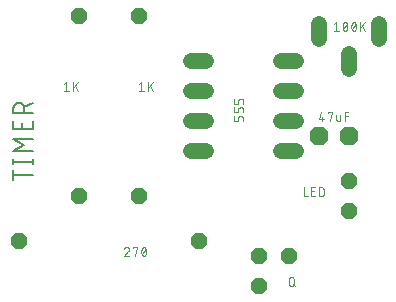
<source format=gbr>
G04 EAGLE Gerber RS-274X export*
G75*
%MOMM*%
%FSLAX34Y34*%
%LPD*%
%INTop Copper*%
%IPPOS*%
%AMOC8*
5,1,8,0,0,1.08239X$1,22.5*%
G01*
%ADD10C,0.076200*%
%ADD11C,0.152400*%
%ADD12P,1.732040X8X22.500000*%
%ADD13C,1.320800*%
%ADD14P,1.429621X8X112.500000*%
%ADD15P,1.539592X8X112.500000*%
%ADD16P,1.539592X8X202.500000*%
%ADD17P,1.429621X8X202.500000*%


D10*
X76581Y679210D02*
X78627Y680847D01*
X78627Y673481D01*
X76581Y673481D02*
X80673Y673481D01*
X84258Y673481D02*
X84258Y680847D01*
X88350Y680847D02*
X84258Y676346D01*
X85895Y677982D02*
X88350Y673481D01*
X140081Y679210D02*
X142127Y680847D01*
X142127Y673481D01*
X140081Y673481D02*
X144173Y673481D01*
X147758Y673481D02*
X147758Y680847D01*
X151850Y680847D02*
X147758Y676346D01*
X149395Y677982D02*
X151850Y673481D01*
X129632Y541148D02*
X129717Y541146D01*
X129802Y541140D01*
X129886Y541130D01*
X129970Y541117D01*
X130054Y541099D01*
X130136Y541078D01*
X130217Y541053D01*
X130297Y541024D01*
X130376Y540991D01*
X130453Y540955D01*
X130528Y540915D01*
X130602Y540872D01*
X130673Y540826D01*
X130742Y540776D01*
X130809Y540723D01*
X130873Y540667D01*
X130934Y540608D01*
X130993Y540547D01*
X131049Y540483D01*
X131102Y540416D01*
X131152Y540347D01*
X131198Y540276D01*
X131241Y540202D01*
X131281Y540127D01*
X131317Y540050D01*
X131350Y539971D01*
X131379Y539891D01*
X131404Y539810D01*
X131425Y539728D01*
X131443Y539644D01*
X131456Y539560D01*
X131466Y539476D01*
X131472Y539391D01*
X131474Y539306D01*
X129632Y541147D02*
X129536Y541145D01*
X129440Y541139D01*
X129345Y541129D01*
X129250Y541116D01*
X129155Y541098D01*
X129062Y541077D01*
X128969Y541052D01*
X128878Y541023D01*
X128787Y540991D01*
X128698Y540955D01*
X128611Y540915D01*
X128525Y540872D01*
X128441Y540826D01*
X128359Y540776D01*
X128279Y540722D01*
X128202Y540666D01*
X128127Y540606D01*
X128054Y540544D01*
X127984Y540478D01*
X127916Y540410D01*
X127851Y540339D01*
X127790Y540266D01*
X127731Y540190D01*
X127675Y540111D01*
X127623Y540031D01*
X127574Y539948D01*
X127528Y539864D01*
X127486Y539778D01*
X127448Y539690D01*
X127413Y539601D01*
X127381Y539510D01*
X130859Y537874D02*
X130919Y537933D01*
X130976Y537995D01*
X131031Y538059D01*
X131082Y538126D01*
X131131Y538195D01*
X131177Y538265D01*
X131220Y538338D01*
X131260Y538412D01*
X131296Y538488D01*
X131329Y538566D01*
X131359Y538645D01*
X131386Y538725D01*
X131409Y538806D01*
X131428Y538888D01*
X131444Y538970D01*
X131457Y539054D01*
X131466Y539138D01*
X131471Y539222D01*
X131473Y539306D01*
X130859Y537873D02*
X127381Y533781D01*
X131473Y533781D01*
X134696Y540329D02*
X134696Y541147D01*
X138788Y541147D01*
X136742Y533781D01*
X142012Y537464D02*
X142014Y537617D01*
X142020Y537770D01*
X142029Y537922D01*
X142043Y538075D01*
X142060Y538227D01*
X142081Y538378D01*
X142106Y538529D01*
X142135Y538679D01*
X142167Y538829D01*
X142204Y538977D01*
X142244Y539125D01*
X142287Y539272D01*
X142335Y539417D01*
X142386Y539561D01*
X142440Y539704D01*
X142499Y539846D01*
X142560Y539985D01*
X142626Y540124D01*
X142652Y540194D01*
X142682Y540264D01*
X142715Y540331D01*
X142751Y540397D01*
X142790Y540461D01*
X142833Y540523D01*
X142879Y540582D01*
X142927Y540640D01*
X142978Y540694D01*
X143032Y540747D01*
X143089Y540796D01*
X143148Y540843D01*
X143209Y540886D01*
X143272Y540927D01*
X143337Y540964D01*
X143404Y540999D01*
X143473Y541029D01*
X143543Y541057D01*
X143614Y541080D01*
X143686Y541101D01*
X143759Y541117D01*
X143833Y541130D01*
X143908Y541140D01*
X143983Y541145D01*
X144058Y541147D01*
X144133Y541145D01*
X144208Y541140D01*
X144283Y541130D01*
X144357Y541117D01*
X144430Y541101D01*
X144502Y541080D01*
X144573Y541057D01*
X144643Y541029D01*
X144712Y540999D01*
X144779Y540964D01*
X144844Y540927D01*
X144907Y540886D01*
X144968Y540843D01*
X145027Y540796D01*
X145084Y540747D01*
X145138Y540694D01*
X145189Y540640D01*
X145238Y540582D01*
X145283Y540523D01*
X145326Y540461D01*
X145365Y540397D01*
X145402Y540331D01*
X145434Y540263D01*
X145464Y540194D01*
X145490Y540124D01*
X145555Y539986D01*
X145617Y539846D01*
X145675Y539704D01*
X145730Y539561D01*
X145781Y539417D01*
X145829Y539272D01*
X145872Y539125D01*
X145912Y538978D01*
X145949Y538829D01*
X145981Y538679D01*
X146010Y538529D01*
X146035Y538378D01*
X146056Y538227D01*
X146073Y538075D01*
X146087Y537922D01*
X146096Y537770D01*
X146102Y537617D01*
X146104Y537464D01*
X142011Y537464D02*
X142013Y537311D01*
X142019Y537158D01*
X142028Y537005D01*
X142042Y536853D01*
X142059Y536701D01*
X142080Y536550D01*
X142105Y536399D01*
X142134Y536248D01*
X142166Y536099D01*
X142203Y535950D01*
X142243Y535803D01*
X142286Y535656D01*
X142334Y535511D01*
X142385Y535366D01*
X142440Y535224D01*
X142498Y535082D01*
X142560Y534942D01*
X142625Y534804D01*
X142626Y534804D02*
X142652Y534733D01*
X142682Y534664D01*
X142715Y534597D01*
X142751Y534531D01*
X142790Y534467D01*
X142833Y534405D01*
X142879Y534346D01*
X142927Y534288D01*
X142978Y534234D01*
X143032Y534181D01*
X143089Y534132D01*
X143148Y534085D01*
X143209Y534042D01*
X143272Y534001D01*
X143337Y533964D01*
X143404Y533929D01*
X143473Y533899D01*
X143543Y533871D01*
X143614Y533848D01*
X143686Y533827D01*
X143759Y533811D01*
X143833Y533798D01*
X143908Y533788D01*
X143983Y533783D01*
X144058Y533781D01*
X145489Y534804D02*
X145554Y534942D01*
X145616Y535082D01*
X145674Y535224D01*
X145729Y535367D01*
X145780Y535511D01*
X145828Y535656D01*
X145871Y535803D01*
X145911Y535951D01*
X145948Y536099D01*
X145980Y536249D01*
X146009Y536399D01*
X146034Y536550D01*
X146055Y536701D01*
X146072Y536853D01*
X146086Y537006D01*
X146095Y537158D01*
X146101Y537311D01*
X146103Y537464D01*
X145490Y534804D02*
X145464Y534734D01*
X145434Y534664D01*
X145402Y534597D01*
X145365Y534531D01*
X145326Y534467D01*
X145283Y534405D01*
X145237Y534346D01*
X145189Y534288D01*
X145138Y534234D01*
X145084Y534181D01*
X145027Y534132D01*
X144968Y534085D01*
X144907Y534042D01*
X144844Y534001D01*
X144779Y533964D01*
X144712Y533929D01*
X144643Y533899D01*
X144573Y533871D01*
X144502Y533848D01*
X144430Y533827D01*
X144357Y533811D01*
X144283Y533798D01*
X144208Y533788D01*
X144133Y533783D01*
X144058Y533781D01*
X142421Y535418D02*
X145694Y539510D01*
X292481Y649718D02*
X294118Y655447D01*
X292481Y649718D02*
X296573Y649718D01*
X295346Y651355D02*
X295346Y648081D01*
X299796Y654629D02*
X299796Y655447D01*
X303888Y655447D01*
X301842Y648081D01*
X307277Y649309D02*
X307277Y652992D01*
X307276Y649309D02*
X307278Y649240D01*
X307284Y649172D01*
X307293Y649103D01*
X307307Y649036D01*
X307324Y648969D01*
X307345Y648903D01*
X307369Y648839D01*
X307398Y648776D01*
X307429Y648715D01*
X307464Y648656D01*
X307502Y648598D01*
X307544Y648543D01*
X307588Y648491D01*
X307636Y648441D01*
X307686Y648393D01*
X307738Y648349D01*
X307793Y648307D01*
X307851Y648269D01*
X307910Y648234D01*
X307971Y648203D01*
X308034Y648174D01*
X308098Y648150D01*
X308164Y648129D01*
X308231Y648112D01*
X308298Y648098D01*
X308367Y648089D01*
X308435Y648083D01*
X308504Y648081D01*
X310551Y648081D01*
X310551Y652992D01*
X314198Y655447D02*
X314198Y648081D01*
X314198Y655447D02*
X317472Y655447D01*
X317472Y652173D02*
X314198Y652173D01*
X279781Y591947D02*
X279781Y584581D01*
X283055Y584581D01*
X286121Y584581D02*
X289395Y584581D01*
X286121Y584581D02*
X286121Y591947D01*
X289395Y591947D01*
X288576Y588673D02*
X286121Y588673D01*
X292445Y591947D02*
X292445Y584581D01*
X292445Y591947D02*
X294491Y591947D01*
X294580Y591945D01*
X294669Y591939D01*
X294758Y591929D01*
X294846Y591916D01*
X294934Y591899D01*
X295021Y591877D01*
X295106Y591852D01*
X295191Y591824D01*
X295274Y591791D01*
X295356Y591755D01*
X295436Y591716D01*
X295514Y591673D01*
X295590Y591627D01*
X295665Y591577D01*
X295737Y591524D01*
X295806Y591468D01*
X295873Y591409D01*
X295938Y591348D01*
X295999Y591283D01*
X296058Y591216D01*
X296114Y591147D01*
X296167Y591075D01*
X296217Y591000D01*
X296263Y590924D01*
X296306Y590846D01*
X296345Y590766D01*
X296381Y590684D01*
X296414Y590601D01*
X296442Y590516D01*
X296467Y590431D01*
X296489Y590344D01*
X296506Y590256D01*
X296519Y590168D01*
X296529Y590079D01*
X296535Y589990D01*
X296537Y589901D01*
X296537Y586627D01*
X296535Y586538D01*
X296529Y586449D01*
X296519Y586360D01*
X296506Y586272D01*
X296489Y586184D01*
X296467Y586097D01*
X296442Y586012D01*
X296414Y585927D01*
X296381Y585844D01*
X296345Y585762D01*
X296306Y585682D01*
X296263Y585604D01*
X296217Y585528D01*
X296167Y585453D01*
X296114Y585381D01*
X296058Y585312D01*
X295999Y585245D01*
X295938Y585180D01*
X295873Y585119D01*
X295806Y585060D01*
X295737Y585004D01*
X295665Y584951D01*
X295590Y584901D01*
X295514Y584855D01*
X295436Y584812D01*
X295356Y584773D01*
X295274Y584737D01*
X295191Y584704D01*
X295106Y584676D01*
X295021Y584651D01*
X294934Y584629D01*
X294846Y584612D01*
X294758Y584599D01*
X294669Y584589D01*
X294580Y584583D01*
X294491Y584581D01*
X292445Y584581D01*
X267081Y513701D02*
X267081Y510427D01*
X267081Y513701D02*
X267083Y513790D01*
X267089Y513879D01*
X267099Y513968D01*
X267112Y514056D01*
X267129Y514144D01*
X267151Y514231D01*
X267176Y514316D01*
X267204Y514401D01*
X267237Y514484D01*
X267273Y514566D01*
X267312Y514646D01*
X267355Y514724D01*
X267401Y514800D01*
X267451Y514875D01*
X267504Y514947D01*
X267560Y515016D01*
X267619Y515083D01*
X267680Y515148D01*
X267745Y515209D01*
X267812Y515268D01*
X267881Y515324D01*
X267953Y515377D01*
X268028Y515427D01*
X268104Y515473D01*
X268182Y515516D01*
X268262Y515555D01*
X268344Y515591D01*
X268427Y515624D01*
X268512Y515652D01*
X268597Y515677D01*
X268684Y515699D01*
X268772Y515716D01*
X268860Y515729D01*
X268949Y515739D01*
X269038Y515745D01*
X269127Y515747D01*
X269216Y515745D01*
X269305Y515739D01*
X269394Y515729D01*
X269482Y515716D01*
X269570Y515699D01*
X269657Y515677D01*
X269742Y515652D01*
X269827Y515624D01*
X269910Y515591D01*
X269992Y515555D01*
X270072Y515516D01*
X270150Y515473D01*
X270226Y515427D01*
X270301Y515377D01*
X270373Y515324D01*
X270442Y515268D01*
X270509Y515209D01*
X270574Y515148D01*
X270635Y515083D01*
X270694Y515016D01*
X270750Y514947D01*
X270803Y514875D01*
X270853Y514800D01*
X270899Y514724D01*
X270942Y514646D01*
X270981Y514566D01*
X271017Y514484D01*
X271050Y514401D01*
X271078Y514316D01*
X271103Y514231D01*
X271125Y514144D01*
X271142Y514056D01*
X271155Y513968D01*
X271165Y513879D01*
X271171Y513790D01*
X271173Y513701D01*
X271173Y510427D01*
X271171Y510338D01*
X271165Y510249D01*
X271155Y510160D01*
X271142Y510072D01*
X271125Y509984D01*
X271103Y509897D01*
X271078Y509812D01*
X271050Y509727D01*
X271017Y509644D01*
X270981Y509562D01*
X270942Y509482D01*
X270899Y509404D01*
X270853Y509328D01*
X270803Y509253D01*
X270750Y509181D01*
X270694Y509112D01*
X270635Y509045D01*
X270574Y508980D01*
X270509Y508919D01*
X270442Y508860D01*
X270373Y508804D01*
X270301Y508751D01*
X270226Y508701D01*
X270150Y508655D01*
X270072Y508612D01*
X269992Y508573D01*
X269910Y508537D01*
X269827Y508504D01*
X269742Y508476D01*
X269657Y508451D01*
X269570Y508429D01*
X269482Y508412D01*
X269394Y508399D01*
X269305Y508389D01*
X269216Y508383D01*
X269127Y508381D01*
X269038Y508383D01*
X268949Y508389D01*
X268860Y508399D01*
X268772Y508412D01*
X268684Y508429D01*
X268597Y508451D01*
X268512Y508476D01*
X268427Y508504D01*
X268344Y508537D01*
X268262Y508573D01*
X268182Y508612D01*
X268104Y508655D01*
X268028Y508701D01*
X267953Y508751D01*
X267881Y508804D01*
X267812Y508860D01*
X267745Y508919D01*
X267680Y508980D01*
X267619Y509045D01*
X267560Y509112D01*
X267504Y509181D01*
X267451Y509253D01*
X267401Y509328D01*
X267355Y509404D01*
X267312Y509482D01*
X267273Y509562D01*
X267237Y509644D01*
X267204Y509727D01*
X267176Y509812D01*
X267151Y509897D01*
X267129Y509984D01*
X267112Y510072D01*
X267099Y510160D01*
X267089Y510249D01*
X267083Y510338D01*
X267081Y510427D01*
X270355Y510018D02*
X271992Y508381D01*
X305181Y730010D02*
X307227Y731647D01*
X307227Y724281D01*
X305181Y724281D02*
X309273Y724281D01*
X312497Y727964D02*
X312499Y728117D01*
X312505Y728270D01*
X312514Y728422D01*
X312528Y728575D01*
X312545Y728727D01*
X312566Y728878D01*
X312591Y729029D01*
X312620Y729179D01*
X312652Y729329D01*
X312689Y729477D01*
X312729Y729625D01*
X312772Y729772D01*
X312820Y729917D01*
X312871Y730061D01*
X312925Y730204D01*
X312984Y730346D01*
X313045Y730485D01*
X313111Y730624D01*
X313110Y730624D02*
X313136Y730694D01*
X313166Y730764D01*
X313199Y730831D01*
X313235Y730897D01*
X313274Y730961D01*
X313317Y731023D01*
X313363Y731082D01*
X313411Y731140D01*
X313462Y731194D01*
X313516Y731247D01*
X313573Y731296D01*
X313632Y731343D01*
X313693Y731386D01*
X313756Y731427D01*
X313821Y731464D01*
X313888Y731499D01*
X313957Y731529D01*
X314027Y731557D01*
X314098Y731580D01*
X314170Y731601D01*
X314243Y731617D01*
X314317Y731630D01*
X314392Y731640D01*
X314467Y731645D01*
X314542Y731647D01*
X314617Y731645D01*
X314692Y731640D01*
X314767Y731630D01*
X314841Y731617D01*
X314914Y731601D01*
X314986Y731580D01*
X315057Y731557D01*
X315127Y731529D01*
X315196Y731499D01*
X315263Y731464D01*
X315328Y731427D01*
X315391Y731386D01*
X315452Y731343D01*
X315511Y731296D01*
X315568Y731247D01*
X315622Y731194D01*
X315673Y731140D01*
X315722Y731082D01*
X315767Y731023D01*
X315810Y730961D01*
X315849Y730897D01*
X315886Y730831D01*
X315918Y730763D01*
X315948Y730694D01*
X315974Y730624D01*
X316039Y730486D01*
X316101Y730346D01*
X316159Y730204D01*
X316214Y730061D01*
X316265Y729917D01*
X316313Y729772D01*
X316356Y729625D01*
X316396Y729478D01*
X316433Y729329D01*
X316465Y729179D01*
X316494Y729029D01*
X316519Y728878D01*
X316540Y728727D01*
X316557Y728575D01*
X316571Y728422D01*
X316580Y728270D01*
X316586Y728117D01*
X316588Y727964D01*
X312496Y727964D02*
X312498Y727811D01*
X312504Y727658D01*
X312513Y727505D01*
X312527Y727353D01*
X312544Y727201D01*
X312565Y727050D01*
X312590Y726899D01*
X312619Y726748D01*
X312651Y726599D01*
X312688Y726450D01*
X312728Y726303D01*
X312771Y726156D01*
X312819Y726011D01*
X312870Y725866D01*
X312925Y725724D01*
X312983Y725582D01*
X313045Y725442D01*
X313110Y725304D01*
X313136Y725233D01*
X313166Y725164D01*
X313199Y725097D01*
X313235Y725031D01*
X313274Y724967D01*
X313317Y724905D01*
X313363Y724846D01*
X313411Y724788D01*
X313462Y724734D01*
X313516Y724681D01*
X313573Y724632D01*
X313632Y724585D01*
X313693Y724542D01*
X313756Y724501D01*
X313821Y724464D01*
X313888Y724429D01*
X313957Y724399D01*
X314027Y724371D01*
X314098Y724348D01*
X314170Y724327D01*
X314243Y724311D01*
X314317Y724298D01*
X314392Y724288D01*
X314467Y724283D01*
X314542Y724281D01*
X315974Y725304D02*
X316039Y725442D01*
X316101Y725582D01*
X316159Y725724D01*
X316214Y725867D01*
X316265Y726011D01*
X316313Y726156D01*
X316356Y726303D01*
X316396Y726451D01*
X316433Y726599D01*
X316465Y726749D01*
X316494Y726899D01*
X316519Y727050D01*
X316540Y727201D01*
X316557Y727353D01*
X316571Y727506D01*
X316580Y727658D01*
X316586Y727811D01*
X316588Y727964D01*
X315974Y725304D02*
X315948Y725234D01*
X315918Y725164D01*
X315886Y725097D01*
X315849Y725031D01*
X315810Y724967D01*
X315767Y724905D01*
X315721Y724846D01*
X315673Y724788D01*
X315622Y724734D01*
X315568Y724681D01*
X315511Y724632D01*
X315452Y724585D01*
X315391Y724542D01*
X315328Y724501D01*
X315263Y724464D01*
X315196Y724429D01*
X315127Y724399D01*
X315057Y724371D01*
X314986Y724348D01*
X314914Y724327D01*
X314841Y724311D01*
X314767Y724298D01*
X314692Y724288D01*
X314617Y724283D01*
X314542Y724281D01*
X312905Y725918D02*
X316179Y730010D01*
X319812Y727964D02*
X319814Y728117D01*
X319820Y728270D01*
X319829Y728422D01*
X319843Y728575D01*
X319860Y728727D01*
X319881Y728878D01*
X319906Y729029D01*
X319935Y729179D01*
X319967Y729329D01*
X320004Y729477D01*
X320044Y729625D01*
X320087Y729772D01*
X320135Y729917D01*
X320186Y730061D01*
X320240Y730204D01*
X320299Y730346D01*
X320360Y730485D01*
X320426Y730624D01*
X320452Y730694D01*
X320482Y730764D01*
X320515Y730831D01*
X320551Y730897D01*
X320590Y730961D01*
X320633Y731023D01*
X320679Y731082D01*
X320727Y731140D01*
X320778Y731194D01*
X320832Y731247D01*
X320889Y731296D01*
X320948Y731343D01*
X321009Y731386D01*
X321072Y731427D01*
X321137Y731464D01*
X321204Y731499D01*
X321273Y731529D01*
X321343Y731557D01*
X321414Y731580D01*
X321486Y731601D01*
X321559Y731617D01*
X321633Y731630D01*
X321708Y731640D01*
X321783Y731645D01*
X321858Y731647D01*
X321933Y731645D01*
X322008Y731640D01*
X322083Y731630D01*
X322157Y731617D01*
X322230Y731601D01*
X322302Y731580D01*
X322373Y731557D01*
X322443Y731529D01*
X322512Y731499D01*
X322579Y731464D01*
X322644Y731427D01*
X322707Y731386D01*
X322768Y731343D01*
X322827Y731296D01*
X322884Y731247D01*
X322938Y731194D01*
X322989Y731140D01*
X323038Y731082D01*
X323083Y731023D01*
X323126Y730961D01*
X323165Y730897D01*
X323202Y730831D01*
X323234Y730763D01*
X323264Y730694D01*
X323290Y730624D01*
X323355Y730486D01*
X323417Y730346D01*
X323475Y730204D01*
X323530Y730061D01*
X323581Y729917D01*
X323629Y729772D01*
X323672Y729625D01*
X323712Y729478D01*
X323749Y729329D01*
X323781Y729179D01*
X323810Y729029D01*
X323835Y728878D01*
X323856Y728727D01*
X323873Y728575D01*
X323887Y728422D01*
X323896Y728270D01*
X323902Y728117D01*
X323904Y727964D01*
X319811Y727964D02*
X319813Y727811D01*
X319819Y727658D01*
X319828Y727505D01*
X319842Y727353D01*
X319859Y727201D01*
X319880Y727050D01*
X319905Y726899D01*
X319934Y726748D01*
X319966Y726599D01*
X320003Y726450D01*
X320043Y726303D01*
X320086Y726156D01*
X320134Y726011D01*
X320185Y725866D01*
X320240Y725724D01*
X320298Y725582D01*
X320360Y725442D01*
X320425Y725304D01*
X320426Y725304D02*
X320452Y725233D01*
X320482Y725164D01*
X320515Y725097D01*
X320551Y725031D01*
X320590Y724967D01*
X320633Y724905D01*
X320679Y724846D01*
X320727Y724788D01*
X320778Y724734D01*
X320832Y724681D01*
X320889Y724632D01*
X320948Y724585D01*
X321009Y724542D01*
X321072Y724501D01*
X321137Y724464D01*
X321204Y724429D01*
X321273Y724399D01*
X321343Y724371D01*
X321414Y724348D01*
X321486Y724327D01*
X321559Y724311D01*
X321633Y724298D01*
X321708Y724288D01*
X321783Y724283D01*
X321858Y724281D01*
X323289Y725304D02*
X323354Y725442D01*
X323416Y725582D01*
X323474Y725724D01*
X323529Y725867D01*
X323580Y726011D01*
X323628Y726156D01*
X323671Y726303D01*
X323711Y726451D01*
X323748Y726599D01*
X323780Y726749D01*
X323809Y726899D01*
X323834Y727050D01*
X323855Y727201D01*
X323872Y727353D01*
X323886Y727506D01*
X323895Y727658D01*
X323901Y727811D01*
X323903Y727964D01*
X323290Y725304D02*
X323264Y725234D01*
X323234Y725164D01*
X323202Y725097D01*
X323165Y725031D01*
X323126Y724967D01*
X323083Y724905D01*
X323037Y724846D01*
X322989Y724788D01*
X322938Y724734D01*
X322884Y724681D01*
X322827Y724632D01*
X322768Y724585D01*
X322707Y724542D01*
X322644Y724501D01*
X322579Y724464D01*
X322512Y724429D01*
X322443Y724399D01*
X322373Y724371D01*
X322302Y724348D01*
X322230Y724327D01*
X322157Y724311D01*
X322083Y724298D01*
X322008Y724288D01*
X321933Y724283D01*
X321858Y724281D01*
X320221Y725918D02*
X323494Y730010D01*
X327488Y731647D02*
X327488Y724281D01*
X327488Y727146D02*
X331580Y731647D01*
X329125Y728782D02*
X331580Y724281D01*
X228219Y650536D02*
X228219Y648081D01*
X228219Y650536D02*
X228217Y650614D01*
X228212Y650692D01*
X228202Y650769D01*
X228189Y650846D01*
X228173Y650922D01*
X228153Y650997D01*
X228129Y651071D01*
X228102Y651144D01*
X228071Y651216D01*
X228037Y651286D01*
X228000Y651355D01*
X227959Y651421D01*
X227915Y651486D01*
X227869Y651548D01*
X227819Y651608D01*
X227767Y651666D01*
X227712Y651721D01*
X227654Y651773D01*
X227594Y651823D01*
X227532Y651869D01*
X227467Y651913D01*
X227401Y651954D01*
X227332Y651991D01*
X227262Y652025D01*
X227190Y652056D01*
X227117Y652083D01*
X227043Y652107D01*
X226968Y652127D01*
X226892Y652143D01*
X226815Y652156D01*
X226738Y652166D01*
X226660Y652171D01*
X226582Y652173D01*
X225764Y652173D01*
X225684Y652171D01*
X225604Y652165D01*
X225524Y652155D01*
X225445Y652142D01*
X225366Y652124D01*
X225289Y652103D01*
X225213Y652077D01*
X225138Y652048D01*
X225064Y652016D01*
X224992Y651980D01*
X224922Y651940D01*
X224855Y651897D01*
X224789Y651851D01*
X224726Y651801D01*
X224665Y651749D01*
X224606Y651694D01*
X224551Y651635D01*
X224499Y651575D01*
X224449Y651511D01*
X224403Y651445D01*
X224360Y651378D01*
X224320Y651308D01*
X224284Y651236D01*
X224252Y651162D01*
X224223Y651088D01*
X224197Y651011D01*
X224176Y650934D01*
X224158Y650855D01*
X224145Y650776D01*
X224135Y650696D01*
X224129Y650616D01*
X224127Y650536D01*
X224127Y648081D01*
X220853Y648081D01*
X220853Y652173D01*
X228219Y655396D02*
X228219Y657852D01*
X228217Y657930D01*
X228212Y658008D01*
X228202Y658085D01*
X228189Y658162D01*
X228173Y658238D01*
X228153Y658313D01*
X228129Y658387D01*
X228102Y658460D01*
X228071Y658532D01*
X228037Y658602D01*
X228000Y658671D01*
X227959Y658737D01*
X227915Y658802D01*
X227869Y658864D01*
X227819Y658924D01*
X227767Y658982D01*
X227712Y659037D01*
X227654Y659089D01*
X227594Y659139D01*
X227532Y659185D01*
X227467Y659229D01*
X227401Y659270D01*
X227332Y659307D01*
X227262Y659341D01*
X227190Y659372D01*
X227117Y659399D01*
X227043Y659423D01*
X226968Y659443D01*
X226892Y659459D01*
X226815Y659472D01*
X226738Y659482D01*
X226660Y659487D01*
X226582Y659489D01*
X226582Y659488D02*
X225764Y659488D01*
X225764Y659489D02*
X225684Y659487D01*
X225604Y659481D01*
X225524Y659471D01*
X225445Y659458D01*
X225366Y659440D01*
X225289Y659419D01*
X225213Y659393D01*
X225138Y659364D01*
X225064Y659332D01*
X224992Y659296D01*
X224922Y659256D01*
X224855Y659213D01*
X224789Y659167D01*
X224726Y659117D01*
X224665Y659065D01*
X224606Y659010D01*
X224551Y658951D01*
X224499Y658891D01*
X224449Y658827D01*
X224403Y658761D01*
X224360Y658694D01*
X224320Y658624D01*
X224284Y658552D01*
X224252Y658478D01*
X224223Y658404D01*
X224197Y658327D01*
X224176Y658250D01*
X224158Y658171D01*
X224145Y658092D01*
X224135Y658012D01*
X224129Y657932D01*
X224127Y657852D01*
X224127Y655396D01*
X220853Y655396D01*
X220853Y659488D01*
X228219Y662711D02*
X228219Y665167D01*
X228217Y665245D01*
X228212Y665323D01*
X228202Y665400D01*
X228189Y665477D01*
X228173Y665553D01*
X228153Y665628D01*
X228129Y665702D01*
X228102Y665775D01*
X228071Y665847D01*
X228037Y665917D01*
X228000Y665986D01*
X227959Y666052D01*
X227915Y666117D01*
X227869Y666179D01*
X227819Y666239D01*
X227767Y666297D01*
X227712Y666352D01*
X227654Y666404D01*
X227594Y666454D01*
X227532Y666500D01*
X227467Y666544D01*
X227401Y666585D01*
X227332Y666622D01*
X227262Y666656D01*
X227190Y666687D01*
X227117Y666714D01*
X227043Y666738D01*
X226968Y666758D01*
X226892Y666774D01*
X226815Y666787D01*
X226738Y666797D01*
X226660Y666802D01*
X226582Y666804D01*
X225764Y666804D01*
X225684Y666802D01*
X225604Y666796D01*
X225524Y666786D01*
X225445Y666773D01*
X225366Y666755D01*
X225289Y666734D01*
X225213Y666708D01*
X225138Y666679D01*
X225064Y666647D01*
X224992Y666611D01*
X224922Y666571D01*
X224855Y666528D01*
X224789Y666482D01*
X224726Y666432D01*
X224665Y666380D01*
X224606Y666325D01*
X224551Y666266D01*
X224499Y666206D01*
X224449Y666142D01*
X224403Y666076D01*
X224360Y666009D01*
X224320Y665939D01*
X224284Y665867D01*
X224252Y665793D01*
X224223Y665719D01*
X224197Y665642D01*
X224176Y665565D01*
X224158Y665486D01*
X224145Y665407D01*
X224135Y665327D01*
X224129Y665247D01*
X224127Y665167D01*
X224127Y662711D01*
X220853Y662711D01*
X220853Y666804D01*
D11*
X50038Y602178D02*
X33782Y602178D01*
X33782Y606693D02*
X33782Y597662D01*
X33782Y613640D02*
X50038Y613640D01*
X50038Y611834D02*
X50038Y615447D01*
X33782Y615447D02*
X33782Y611834D01*
X33782Y622290D02*
X50038Y622290D01*
X42813Y627709D02*
X33782Y622290D01*
X42813Y627709D02*
X33782Y633127D01*
X50038Y633127D01*
X50038Y640938D02*
X50038Y648163D01*
X50038Y640938D02*
X33782Y640938D01*
X33782Y648163D01*
X41007Y646357D02*
X41007Y640938D01*
X33782Y654547D02*
X50038Y654547D01*
X33782Y654547D02*
X33782Y659063D01*
X33784Y659196D01*
X33790Y659328D01*
X33800Y659460D01*
X33813Y659592D01*
X33831Y659724D01*
X33852Y659854D01*
X33877Y659985D01*
X33906Y660114D01*
X33939Y660242D01*
X33975Y660370D01*
X34015Y660496D01*
X34059Y660621D01*
X34107Y660745D01*
X34158Y660867D01*
X34213Y660988D01*
X34271Y661107D01*
X34333Y661225D01*
X34398Y661340D01*
X34467Y661454D01*
X34538Y661565D01*
X34614Y661674D01*
X34692Y661781D01*
X34773Y661886D01*
X34858Y661988D01*
X34945Y662088D01*
X35035Y662185D01*
X35128Y662280D01*
X35224Y662371D01*
X35322Y662460D01*
X35423Y662546D01*
X35527Y662629D01*
X35633Y662709D01*
X35741Y662785D01*
X35851Y662859D01*
X35964Y662929D01*
X36078Y662996D01*
X36195Y663059D01*
X36313Y663119D01*
X36433Y663176D01*
X36555Y663229D01*
X36678Y663278D01*
X36802Y663324D01*
X36928Y663366D01*
X37055Y663404D01*
X37183Y663439D01*
X37312Y663470D01*
X37441Y663497D01*
X37572Y663520D01*
X37703Y663540D01*
X37835Y663555D01*
X37967Y663567D01*
X38099Y663575D01*
X38232Y663579D01*
X38364Y663579D01*
X38497Y663575D01*
X38629Y663567D01*
X38761Y663555D01*
X38893Y663540D01*
X39024Y663520D01*
X39155Y663497D01*
X39284Y663470D01*
X39413Y663439D01*
X39541Y663404D01*
X39668Y663366D01*
X39794Y663324D01*
X39918Y663278D01*
X40041Y663229D01*
X40163Y663176D01*
X40283Y663119D01*
X40401Y663059D01*
X40518Y662996D01*
X40632Y662929D01*
X40745Y662859D01*
X40855Y662785D01*
X40963Y662709D01*
X41069Y662629D01*
X41173Y662546D01*
X41274Y662460D01*
X41372Y662371D01*
X41468Y662280D01*
X41561Y662185D01*
X41651Y662088D01*
X41738Y661988D01*
X41823Y661886D01*
X41904Y661781D01*
X41982Y661674D01*
X42058Y661565D01*
X42129Y661454D01*
X42198Y661340D01*
X42263Y661225D01*
X42325Y661107D01*
X42383Y660988D01*
X42438Y660867D01*
X42489Y660745D01*
X42537Y660621D01*
X42581Y660496D01*
X42621Y660370D01*
X42657Y660242D01*
X42690Y660114D01*
X42719Y659985D01*
X42744Y659854D01*
X42765Y659724D01*
X42783Y659592D01*
X42796Y659460D01*
X42806Y659328D01*
X42812Y659196D01*
X42814Y659063D01*
X42813Y659063D02*
X42813Y654547D01*
X42813Y659966D02*
X50038Y663578D01*
D12*
X292100Y635000D03*
X317500Y635000D03*
D13*
X197104Y698500D02*
X183896Y698500D01*
X183896Y673100D02*
X197104Y673100D01*
X260096Y673100D02*
X273304Y673100D01*
X273304Y698500D02*
X260096Y698500D01*
X197104Y647700D02*
X183896Y647700D01*
X183896Y622300D02*
X197104Y622300D01*
X260096Y647700D02*
X273304Y647700D01*
X273304Y622300D02*
X260096Y622300D01*
D14*
X317500Y571500D03*
X317500Y596900D03*
D15*
X88900Y584200D03*
X88900Y736600D03*
X139700Y584200D03*
X139700Y736600D03*
D16*
X190500Y546100D03*
X38100Y546100D03*
D13*
X342900Y717296D02*
X342900Y730504D01*
X292100Y730504D02*
X292100Y717296D01*
X317500Y705104D02*
X317500Y691896D01*
D17*
X266700Y533400D03*
X241300Y533400D03*
X241300Y508000D03*
M02*

</source>
